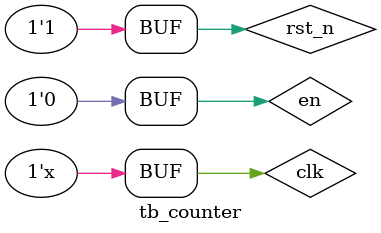
<source format=v>

`timescale 1ns / 100ps
`include "common.h"

module tb_counter();

parameter BW = 10;
parameter COUNT_VALUE = 'b0001_0000;

// clk
reg clk;
// reset_n
reg rst_n;
// input
reg en;
// output
wire done;
wire [BW-1:0] count;
//


//
counter
#(
    .BW(BW),
    .COUNT_VALUE(COUNT_VALUE)
)
counter_i 
(
    // clk
    .clk(clk),
    // reset_n
    .rst_n(rst_n),
    // input
    .en(en),
    // output
    .count(count),
    .done(done)
);

//
always
begin
    #50 clk = ~clk;
end

//
initial
begin
    clk = 1'b0;
    rst_n = 1'b1;
end


initial
begin
    #30
    rst_n = 1'b0;
    
    #100
    rst_n = 1'b1;
    
    #100
    en = 1'b1;
    
    #2000
    en = 1'b0;
   



end


endmodule



</source>
